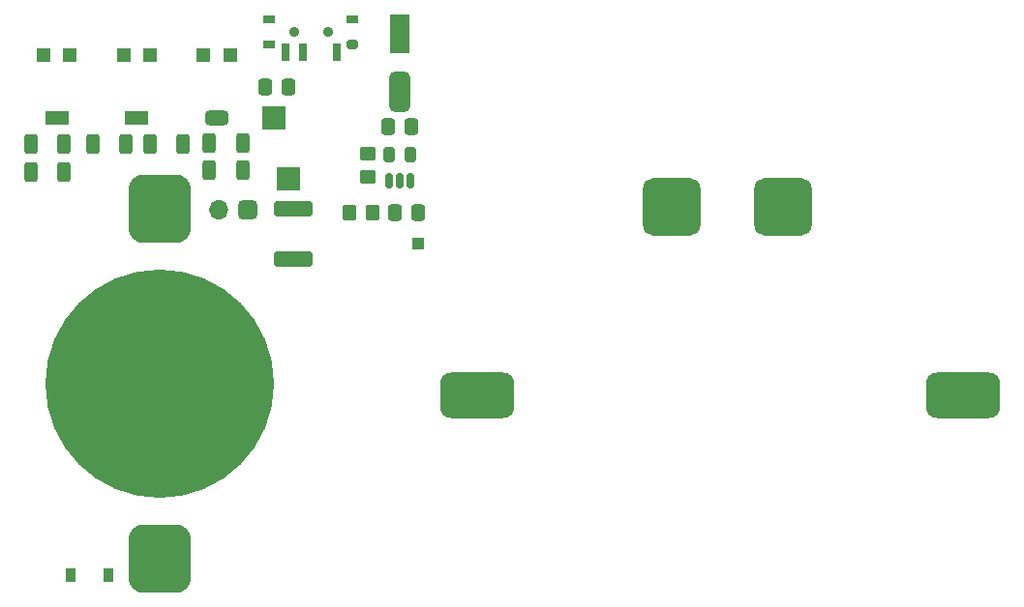
<source format=gbr>
%TF.GenerationSoftware,KiCad,Pcbnew,(6.0.2-0)*%
%TF.CreationDate,2023-06-03T21:44:49-06:00*%
%TF.ProjectId,catlin_card,6361746c-696e-45f6-9361-72642e6b6963,rev?*%
%TF.SameCoordinates,Original*%
%TF.FileFunction,Soldermask,Top*%
%TF.FilePolarity,Negative*%
%FSLAX46Y46*%
G04 Gerber Fmt 4.6, Leading zero omitted, Abs format (unit mm)*
G04 Created by KiCad (PCBNEW (6.0.2-0)) date 2023-06-03 21:44:49*
%MOMM*%
%LPD*%
G01*
G04 APERTURE LIST*
G04 Aperture macros list*
%AMRoundRect*
0 Rectangle with rounded corners*
0 $1 Rounding radius*
0 $2 $3 $4 $5 $6 $7 $8 $9 X,Y pos of 4 corners*
0 Add a 4 corners polygon primitive as box body*
4,1,4,$2,$3,$4,$5,$6,$7,$8,$9,$2,$3,0*
0 Add four circle primitives for the rounded corners*
1,1,$1+$1,$2,$3*
1,1,$1+$1,$4,$5*
1,1,$1+$1,$6,$7*
1,1,$1+$1,$8,$9*
0 Add four rect primitives between the rounded corners*
20,1,$1+$1,$2,$3,$4,$5,0*
20,1,$1+$1,$4,$5,$6,$7,0*
20,1,$1+$1,$6,$7,$8,$9,0*
20,1,$1+$1,$8,$9,$2,$3,0*%
G04 Aperture macros list end*
%ADD10RoundRect,0.250000X0.337500X0.475000X-0.337500X0.475000X-0.337500X-0.475000X0.337500X-0.475000X0*%
%ADD11R,1.800000X3.500000*%
%ADD12RoundRect,0.450000X-0.450000X1.300000X-0.450000X-1.300000X0.450000X-1.300000X0.450000X1.300000X0*%
%ADD13RoundRect,1.000000X-2.250000X-1.000000X2.250000X-1.000000X2.250000X1.000000X-2.250000X1.000000X0*%
%ADD14RoundRect,0.250000X0.312500X0.625000X-0.312500X0.625000X-0.312500X-0.625000X0.312500X-0.625000X0*%
%ADD15R,1.000000X1.000000*%
%ADD16RoundRect,0.250000X-0.312500X-0.625000X0.312500X-0.625000X0.312500X0.625000X-0.312500X0.625000X0*%
%ADD17R,1.300000X1.300000*%
%ADD18R,2.000000X1.300000*%
%ADD19RoundRect,0.250000X-1.450000X0.400000X-1.450000X-0.400000X1.450000X-0.400000X1.450000X0.400000X0*%
%ADD20RoundRect,0.847460X-1.652540X-1.652540X1.652540X-1.652540X1.652540X1.652540X-1.652540X1.652540X0*%
%ADD21RoundRect,0.250000X-0.337500X-0.475000X0.337500X-0.475000X0.337500X0.475000X-0.337500X0.475000X0*%
%ADD22C,0.900000*%
%ADD23R,1.000000X0.800000*%
%ADD24RoundRect,0.200000X0.300000X0.200000X-0.300000X0.200000X-0.300000X-0.200000X0.300000X-0.200000X0*%
%ADD25R,0.700000X1.500000*%
%ADD26R,2.000000X2.000000*%
%ADD27RoundRect,0.250000X-0.450000X0.350000X-0.450000X-0.350000X0.450000X-0.350000X0.450000X0.350000X0*%
%ADD28RoundRect,0.250000X-0.350000X-0.450000X0.350000X-0.450000X0.350000X0.450000X-0.350000X0.450000X0*%
%ADD29R,0.900000X1.200000*%
%ADD30RoundRect,1.375000X-1.375000X1.625000X-1.375000X-1.625000X1.375000X-1.625000X1.375000X1.625000X0*%
%ADD31C,20.000000*%
%ADD32RoundRect,0.150000X0.150000X-0.512500X0.150000X0.512500X-0.150000X0.512500X-0.150000X-0.512500X0*%
%ADD33RoundRect,0.250000X0.250000X-0.425000X0.250000X0.425000X-0.250000X0.425000X-0.250000X-0.425000X0*%
%ADD34RoundRect,0.425000X-0.425000X0.425000X-0.425000X-0.425000X0.425000X-0.425000X0.425000X0.425000X0*%
%ADD35O,1.700000X1.700000*%
%ADD36RoundRect,0.325000X-0.675000X-0.325000X0.675000X-0.325000X0.675000X0.325000X-0.675000X0.325000X0*%
G04 APERTURE END LIST*
D10*
%TO.C,C2*%
X135637500Y-66000000D03*
X133562500Y-66000000D03*
%TD*%
D11*
%TO.C,D4*%
X134000000Y-50400000D03*
D12*
X134000000Y-55400000D03*
%TD*%
D13*
%TO.C,TP2*%
X140750000Y-82000000D03*
%TD*%
D14*
%TO.C,R5*%
X104662500Y-60000000D03*
X101737500Y-60000000D03*
%TD*%
%TO.C,R3*%
X110062500Y-60000000D03*
X107137500Y-60000000D03*
%TD*%
D15*
%TO.C,TP3*%
X135600000Y-68700000D03*
%TD*%
D16*
%TO.C,R1*%
X117337500Y-59900000D03*
X120262500Y-59900000D03*
%TD*%
D17*
%TO.C,RV3*%
X105150000Y-52250000D03*
D18*
X104000000Y-57750000D03*
D17*
X102850000Y-52250000D03*
%TD*%
D13*
%TO.C,TP5*%
X183250000Y-82000000D03*
%TD*%
D19*
%TO.C,TH1*%
X124700000Y-65675000D03*
X124700000Y-70125000D03*
%TD*%
D20*
%TO.C,SC1*%
X157800000Y-65500000D03*
X167500000Y-65500000D03*
%TD*%
D21*
%TO.C,C3*%
X132962500Y-58500000D03*
X135037500Y-58500000D03*
%TD*%
D22*
%TO.C,SW1*%
X124750000Y-50195000D03*
D23*
X122600000Y-49095000D03*
X129900000Y-49095000D03*
D22*
X127750000Y-50195000D03*
D23*
X122600000Y-51305000D03*
D24*
X129900000Y-51305000D03*
D25*
X128500000Y-51955000D03*
X125500000Y-51955000D03*
X124000000Y-51955000D03*
%TD*%
D26*
%TO.C,TP1*%
X123000000Y-57750000D03*
%TD*%
D14*
%TO.C,R6*%
X104662500Y-62500000D03*
X101737500Y-62500000D03*
%TD*%
D10*
%TO.C,C1*%
X124287500Y-55000000D03*
X122212500Y-55000000D03*
%TD*%
D27*
%TO.C,R7*%
X131200000Y-60900000D03*
X131200000Y-62900000D03*
%TD*%
D28*
%TO.C,R8*%
X129600000Y-66000000D03*
X131600000Y-66000000D03*
%TD*%
D29*
%TO.C,D5*%
X108550000Y-97800000D03*
X105250000Y-97800000D03*
%TD*%
D30*
%TO.C,BT1*%
X113000000Y-96300000D03*
X113000000Y-65700000D03*
D31*
X113000000Y-81000000D03*
%TD*%
D26*
%TO.C,TP4*%
X124300000Y-63100000D03*
%TD*%
D17*
%TO.C,RV2*%
X112150000Y-52250000D03*
D18*
X111000000Y-57750000D03*
D17*
X109850000Y-52250000D03*
%TD*%
D32*
%TO.C,U1*%
X133050000Y-63237500D03*
X134000000Y-63237500D03*
X134950000Y-63237500D03*
D33*
X134950000Y-60962500D03*
X133050000Y-60962500D03*
%TD*%
D16*
%TO.C,R4*%
X112137500Y-60000000D03*
X115062500Y-60000000D03*
%TD*%
D34*
%TO.C,J1*%
X120675000Y-65800000D03*
D35*
X118135000Y-65800000D03*
%TD*%
D16*
%TO.C,R2*%
X117337500Y-62300000D03*
X120262500Y-62300000D03*
%TD*%
D17*
%TO.C,RV1*%
X119150000Y-52250000D03*
D36*
X118000000Y-57750000D03*
D17*
X116850000Y-52250000D03*
%TD*%
M02*

</source>
